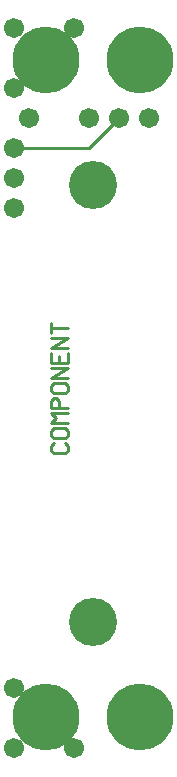
<source format=gtl>
%MOIN*%
%FSLAX25Y25*%
G04 D10 used for Character Trace; *
G04     Circle (OD=.01000) (No hole)*
G04 D11 used for Power Trace; *
G04     Circle (OD=.06700) (No hole)*
G04 D12 used for Signal Trace; *
G04     Circle (OD=.01100) (No hole)*
G04 D13 used for Via; *
G04     Circle (OD=.05800) (Round. Hole ID=.02800)*
G04 D14 used for Component hole; *
G04     Circle (OD=.06500) (Round. Hole ID=.03500)*
G04 D15 used for Component hole; *
G04     Circle (OD=.06700) (Round. Hole ID=.04300)*
G04 D16 used for Component hole; *
G04     Circle (OD=.08100) (Round. Hole ID=.05100)*
G04 D17 used for Component hole; *
G04     Circle (OD=.08900) (Round. Hole ID=.05900)*
G04 D18 used for Component hole; *
G04     Circle (OD=.11300) (Round. Hole ID=.08300)*
G04 D19 used for Component hole; *
G04     Circle (OD=.16000) (Round. Hole ID=.13000)*
G04 D20 used for Component hole; *
G04     Circle (OD=.18300) (Round. Hole ID=.15300)*
G04 D21 used for Component hole; *
G04     Circle (OD=.22291) (Round. Hole ID=.19291)*
%ADD10C,.01000*%
%ADD11C,.06700*%
%ADD12C,.01100*%
%ADD13C,.05800*%
%ADD14C,.06500*%
%ADD15C,.06700*%
%ADD16C,.08100*%
%ADD17C,.08900*%
%ADD18C,.11300*%
%ADD19C,.16000*%
%ADD20C,.18300*%
%ADD21C,.22291*%
%IPPOS*%
%LPD*%
G90*X0Y0D02*D15*X5000Y5000D03*D21*X15625Y15625D03*
D15*X5000Y25000D03*X25000Y5000D03*D19*            
X31250Y47200D03*D21*X46875Y15625D03*D10*          
X21914Y106674D02*X22871Y105837D01*Y104163D01*     
X21914Y103326D01*X18086D01*X17129Y104163D01*      
Y105837D01*X18086Y106674D01*X21914Y111674D02*     
X22871Y110837D01*Y109163D01*X21914Y108326D01*     
X18086D01*X17129Y109163D01*Y110837D01*            
X18086Y111674D01*X21914D01*X22871Y113326D02*      
X17129D01*X19043Y115000D01*X17129Y116674D01*      
X22871D01*Y118326D02*X17129D01*Y120837D01*        
X18086Y121674D01*X19043D01*X20000Y120837D01*      
Y118326D01*X21914Y126674D02*X22871Y125837D01*     
Y124163D01*X21914Y123326D01*X18086D01*            
X17129Y124163D01*Y125837D01*X18086Y126674D01*     
X21914D01*X22871Y128326D02*X17129D01*             
X22871Y131674D01*X17129D01*X22871Y136674D02*      
Y133326D01*X17129D01*Y136674D01*X20000Y133326D02* 
Y135837D01*X22871Y138326D02*X17129D01*            
X22871Y141674D01*X17129D01*X22871Y145000D02*      
X17129D01*Y143326D02*Y146674D01*D15*              
X5000Y185000D03*D19*X31250Y192800D03*D15*         
X5000Y195000D03*D12*Y205000D02*X30000D01*D15*     
X5000D03*X10000Y215000D03*X5000Y225000D03*D12*    
X30000Y205000D02*X40000Y215000D01*D15*D03*        
X50000D03*X30000D03*D21*X46875Y234375D03*         
X15625D03*D15*X25000Y245000D03*X5000D03*M02*      

</source>
